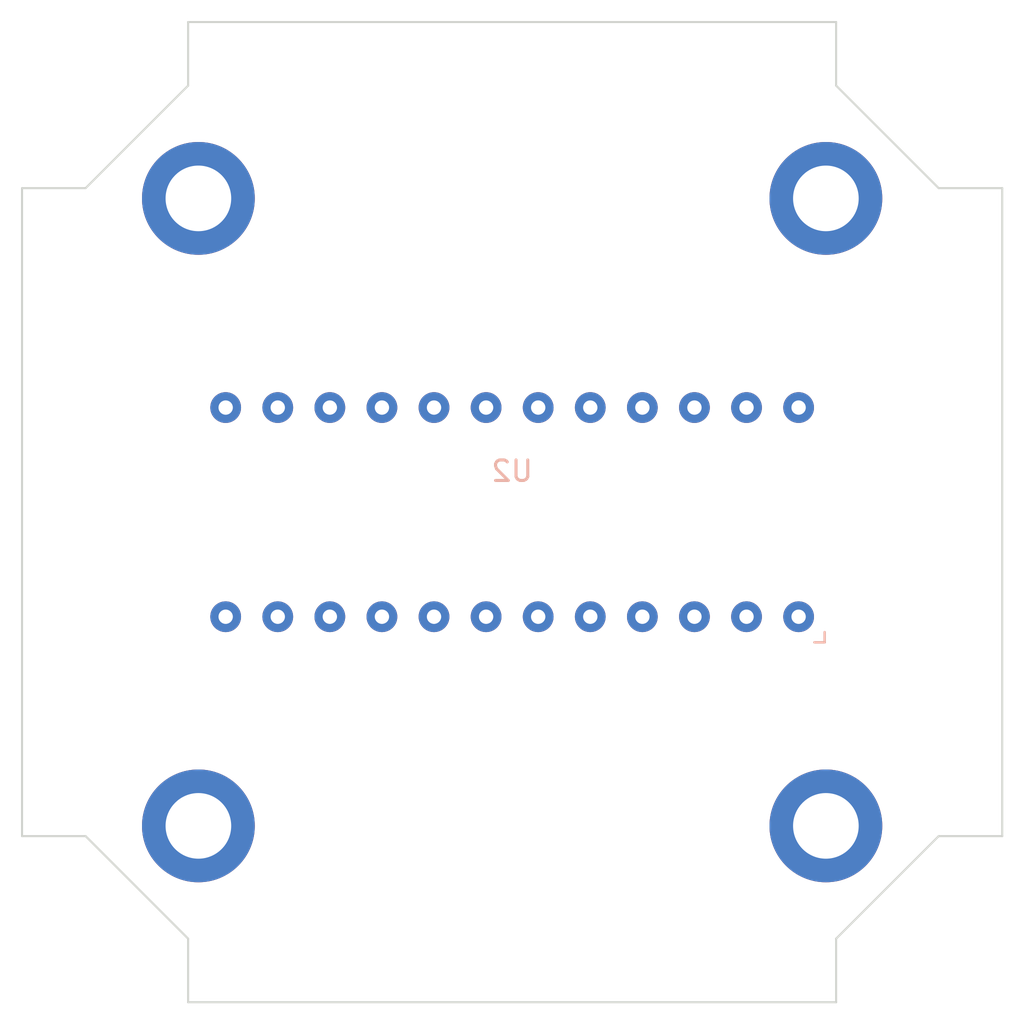
<source format=kicad_pcb>
(kicad_pcb (version 20220308) (generator pcbnew)
  (layers (0 "F.Cu" signal) (31 "B.Cu" signal) (34 "B.Paste" user) (35 "F.Paste" user) (36 "B.SilkS" user "B.Silkscreen") (37 "F.SilkS" user "F.Silkscreen") (38 "B.Mask" user) (39 "F.Mask" user) (44 "Edge.Cuts" user))
  (net 0 "")
  (net 1 "+3V3")
  (net 2 "GND")
  (net 4 "/DTRIG")
  (net 5 "/DO")
  (net 6 "/ATRIG")
  (net 7 "/AO")
  (net 16 "/EOS")
  (net 17 "/EOC")
  (net 19 "/CLK")
  (net 20 "/ST")
  (footprint "MountingHole:MountingHole_3.2mm_M3_ISO14580_Pad" (layer "F.Cu") (at 165.3 95.3)
    (fp_text reference "H3" hide)
    (fp_text value "MountingHole")
    (pad "1" thru_hole circle (at 0 0) (size 5.5 5.5) (drill 3.2) (layers *.Cu *.Mask))
  )
  (footprint "MountingHole:MountingHole_3.2mm_M3_ISO14580_Pad" (layer "F.Cu") (at 134.7 95.3)
    (fp_text reference "H4" hide)
    (fp_text value "MountingHole")
    (pad "1" thru_hole circle (at 0 0) (size 5.5 5.5) (drill 3.2) (layers *.Cu *.Mask))
  )
  (footprint "MountingHole:MountingHole_3.2mm_M3_ISO14580_Pad" (layer "F.Cu") (at 165.3 64.7)
    (fp_text reference "H2" hide)
    (fp_text value "MountingHole")
    (pad "1" thru_hole circle (at 0 0) (size 5.5 5.5) (drill 3.2) (layers *.Cu *.Mask))
  )
  (footprint "MountingHole:MountingHole_3.2mm_M3_ISO14580_Pad" (layer "F.Cu") (at 134.7 64.7)
    (fp_text reference "H1" hide)
    (fp_text value "MountingHole")
    (pad "1" thru_hole circle (at 0 0) (size 5.5 5.5) (drill 3.2) (layers *.Cu *.Mask))
  )
  (footprint "qf-kicad-library:IC_S10077" (layer "B.Cu") (at 150 80 180)
    (fp_text reference "U2" (at 0 2 unlocked) (layer "B.SilkS") (effects (justify mirror)))
    (fp_text value "IC_S10077")
    (fp_line (start -15.24 -6.35) (end -14.74 -6.35) (stroke (width 0.12)) (layer "B.SilkS"))
    (fp_line (start -15.24 -5.85) (end -15.24 -6.35) (stroke (width 0.12)) (layer "B.SilkS"))
    (pad "1" thru_hole circle (at -13.97 -5.1 180) (size 1.5 1.5) (drill 0.7) (layers *.Cu *.Mask) (clearance 0.1))
    (pad "2" thru_hole circle (at -11.43 -5.1 180) (size 1.5 1.5) (drill 0.7) (layers *.Cu *.Mask) (net 4 "/DTRIG") (clearance 0.1))
    (pad "3" thru_hole circle (at -8.89 -5.1 180) (size 1.5 1.5) (drill 0.7) (layers *.Cu *.Mask) (net 5 "/DO") (clearance 0.1))
    (pad "4" thru_hole circle (at -6.35 -5.1 180) (size 1.5 1.5) (drill 0.7) (layers *.Cu *.Mask) (net 6 "/ATRIG") (clearance 0.1))
    (pad "5" thru_hole circle (at -3.81 -5.1 180) (size 1.5 1.5) (drill 0.7) (layers *.Cu *.Mask) (net 7 "/AO") (clearance 0.1))
    (pad "6" thru_hole circle (at -1.27 -5.1 180) (size 1.5 1.5) (drill 0.7) (layers *.Cu *.Mask) (clearance 0.1))
    (pad "7" thru_hole circle (at 1.27 -5.1 180) (size 1.5 1.5) (drill 0.7) (layers *.Cu *.Mask) (clearance 0.1))
    (pad "8" thru_hole circle (at 3.81 -5.1 180) (size 1.5 1.5) (drill 0.7) (layers *.Cu *.Mask) (net 1 "+3V3") (clearance 0.1))
    (pad "9" thru_hole circle (at 6.35 -5.1 180) (size 1.5 1.5) (drill 0.7) (layers *.Cu *.Mask) (net 2 "GND") (clearance 0.1))
    (pad "10" thru_hole circle (at 8.89 -5.1 180) (size 1.5 1.5) (drill 0.7) (layers *.Cu *.Mask) (clearance 0.1))
    (pad "11" thru_hole circle (at 11.43 -5.1 180) (size 1.5 1.5) (drill 0.7) (layers *.Cu *.Mask) (clearance 0.1))
    (pad "12" thru_hole circle (at 13.97 -5.1 180) (size 1.5 1.5) (drill 0.7) (layers *.Cu *.Mask) (clearance 0.1))
    (pad "13" thru_hole circle (at 13.97 5.1 180) (size 1.5 1.5) (drill 0.7) (layers *.Cu *.Mask) (clearance 0.1))
    (pad "14" thru_hole circle (at 11.43 5.1 180) (size 1.5 1.5) (drill 0.7) (layers *.Cu *.Mask) (clearance 0.1))
    (pad "15" thru_hole circle (at 8.89 5.1 180) (size 1.5 1.5) (drill 0.7) (layers *.Cu *.Mask) (clearance 0.1))
    (pad "16" thru_hole circle (at 6.35 5.1 180) (size 1.5 1.5) (drill 0.7) (layers *.Cu *.Mask) (net 16 "/EOS") (clearance 0.1))
    (pad "17" thru_hole circle (at 3.81 5.1 180) (size 1.5 1.5) (drill 0.7) (layers *.Cu *.Mask) (net 17 "/EOC") (clearance 0.1))
    (pad "18" thru_hole circle (at 1.27 5.1 180) (size 1.5 1.5) (drill 0.7) (layers *.Cu *.Mask) (clearance 0.1))
    (pad "19" thru_hole circle (at -1.27 5.1 180) (size 1.5 1.5) (drill 0.7) (layers *.Cu *.Mask) (net 1 "+3V3") (clearance 0.1))
    (pad "20" thru_hole circle (at -3.81 5.1 180) (size 1.5 1.5) (drill 0.7) (layers *.Cu *.Mask) (net 2 "GND") (clearance 0.1))
    (pad "21" thru_hole circle (at -6.35 5.1 180) (size 1.5 1.5) (drill 0.7) (layers *.Cu *.Mask) (net 1 "+3V3") (clearance 0.1))
    (pad "22" thru_hole circle (at -8.89 5.1 180) (size 1.5 1.5) (drill 0.7) (layers *.Cu *.Mask) (net 19 "/CLK") (clearance 0.1))
    (pad "23" thru_hole circle (at -11.43 5.1 180) (size 1.5 1.5) (drill 0.7) (layers *.Cu *.Mask) (net 20 "/ST") (clearance 0.1))
    (pad "24" thru_hole circle (at -13.97 5.1 180) (size 1.5 1.5) (drill 0.7) (layers *.Cu *.Mask) (clearance 0.1))
  )
  (gr_line (start 134.2 56.1) (end 134.2 59.2) (stroke (width 0.1)) (layer "Edge.Cuts"))
  (gr_line (start 126.1 64.2) (end 129.2 64.2) (stroke (width 0.1)) (layer "Edge.Cuts"))
  (gr_line (start 165.8 100.8) (end 170.8 95.8) (stroke (width 0.1)) (layer "Edge.Cuts"))
  (gr_line (start 134.2 59.2) (end 129.2 64.2) (stroke (width 0.1)) (layer "Edge.Cuts"))
  (gr_line (start 129.2 95.8) (end 134.2 100.8) (stroke (width 0.1)) (layer "Edge.Cuts"))
  (gr_line (start 165.8 56.1) (end 134.2 56.1) (stroke (width 0.1)) (layer "Edge.Cuts"))
  (gr_line (start 134.2 103.9) (end 134.2 100.8) (stroke (width 0.1)) (layer "Edge.Cuts"))
  (gr_line (start 165.8 103.9) (end 134.2 103.9) (stroke (width 0.1)) (layer "Edge.Cuts"))
  (gr_line (start 126.1 64.2) (end 126.1 95.8) (stroke (width 0.1)) (layer "Edge.Cuts"))
  (gr_line (start 165.8 56.1) (end 165.8 59.2) (stroke (width 0.1)) (layer "Edge.Cuts"))
  (gr_line (start 173.9 95.8) (end 170.8 95.8) (stroke (width 0.1)) (layer "Edge.Cuts"))
  (gr_line (start 170.8 64.2) (end 165.8 59.2) (stroke (width 0.1)) (layer "Edge.Cuts"))
  (gr_line (start 126.1 95.8) (end 129.2 95.8) (stroke (width 0.1)) (layer "Edge.Cuts"))
  (gr_line (start 173.9 64.2) (end 170.8 64.2) (stroke (width 0.1)) (layer "Edge.Cuts"))
  (gr_line (start 173.9 64.2) (end 173.9 95.8) (stroke (width 0.1)) (layer "Edge.Cuts"))
  (gr_line (start 165.8 103.9) (end 165.8 100.8) (stroke (width 0.1)) (layer "Edge.Cuts"))
)
</source>
